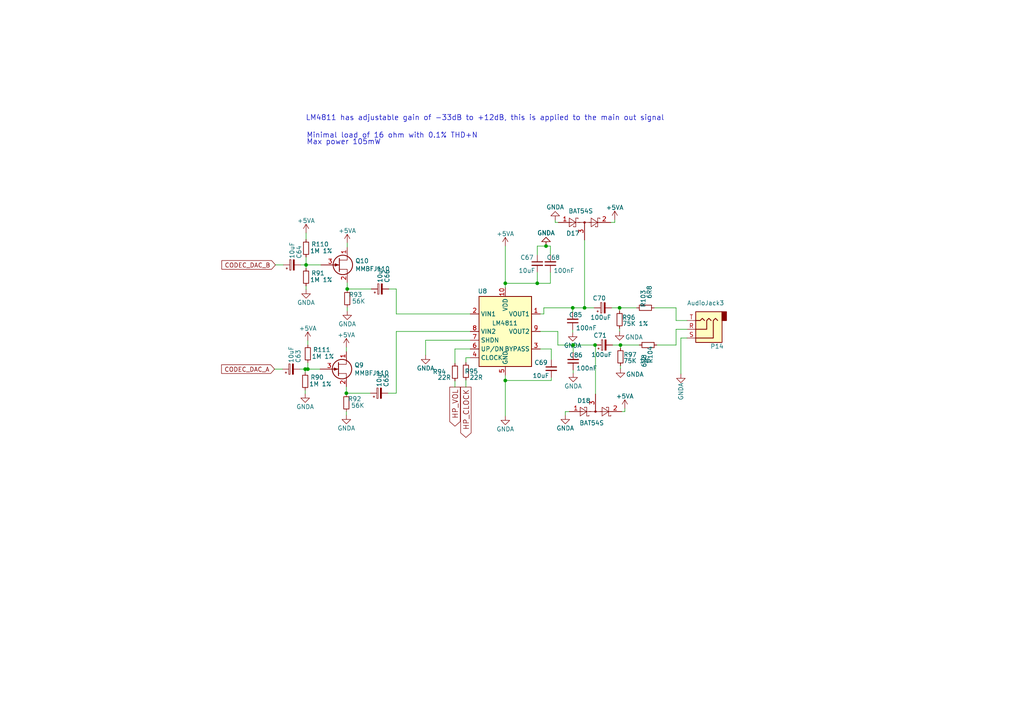
<source format=kicad_sch>
(kicad_sch (version 20211123) (generator eeschema)
  (paper "A4")
  (title_block (title "MOD Dwarf - Main Board") (date "2021-09-06") (rev "1.3") (company "MOD Devices GmbH") (comment 1 "Dwarf Audio processing board") (comment 2 "https://github.com/moddevices/hw-mod-dwarf") (comment 3 "Inp Power: 12V 500mA") (comment 4 "USB outp Power: 500mA"))
  (lib_symbols
    (symbol "bottom-board-rescue:+5VA-power" (power) (pin_names (offset 0))
      (property "Value" "+5VA-power" (at 0 3.556 0))
      (symbol "+5VA-power_0_1"
        (polyline (pts (xy -0.762 1.27) (xy 0 2.54)))
        (polyline (pts (xy 0 0) (xy 0 2.54)))
        (polyline (pts (xy 0 2.54) (xy 0.762 1.27)))
      )
      (symbol "+5VA-power_1_1"
        (pin power_in line (at 0 0 90) (length 0) hide (name "+5VA") (number "1"))
      )
    )
    (symbol "bottom-board-rescue:AudioJack3-Connector"
      (property "Reference" "J" (at 0 8.89 0))
      (property "Value" "AudioJack3-Connector" (at 0 6.35 0))
      (symbol "AudioJack3-Connector_0_1"
        (rectangle (start -5.08 -5.08) (end -6.35 -2.54) (stroke (width 0.254)) (fill (type outline)))
        (polyline (pts (xy 0 -2.54) (xy 0.635 -3.175) (xy 1.27 -2.54) (xy 2.54 -2.54)) (stroke (width 0.254)))
        (polyline (pts (xy -1.905 -2.54) (xy -1.27 -3.175) (xy -0.635 -2.54) (xy -0.635 0) (xy 2.54 0)) (stroke (width 0.254)))
        (polyline (pts (xy 2.54 2.54) (xy -2.54 2.54) (xy -2.54 -2.54) (xy -3.175 -3.175) (xy -3.81 -2.54)) (stroke (width 0.254)))
        (rectangle (start 2.54 3.81) (end -5.08 -5.08) (stroke (width 0.254)) (fill (type background)))
      )
      (symbol "AudioJack3-Connector_1_1"
        (pin passive line (at 5.08 0 180) (length 2.54) (name "~") (number "R"))
        (pin passive line (at 5.08 2.54 180) (length 2.54) (name "~") (number "S"))
        (pin passive line (at 5.08 -2.54 180) (length 2.54) (name "~") (number "T"))
      )
    )
    (symbol "bottom-board-rescue:BAT54S-Diode" (pin_names (offset 1.016))
      (property "Reference" "D" (at 0.635 -3.81 0))
      (property "Value" "BAT54S-Diode" (at -6.35 3.175 0))
      (symbol "BAT54S-Diode_0_1"
        (polyline (pts (xy -3.81 0) (xy -1.27 0)))
        (polyline (pts (xy -3.175 -1.27) (xy -3.175 -1.016)))
        (polyline (pts (xy -2.54 -1.27) (xy -3.175 -1.27)))
        (polyline (pts (xy -2.54 -1.27) (xy -2.54 1.27)))
        (polyline (pts (xy -2.54 1.27) (xy -1.905 1.27)))
        (polyline (pts (xy -1.905 0) (xy 1.905 0)))
        (polyline (pts (xy -1.905 1.27) (xy -1.905 1.016)))
        (polyline (pts (xy 1.27 0) (xy 3.81 0)))
        (polyline (pts (xy 3.175 -1.27) (xy 3.175 -1.016)))
        (polyline (pts (xy 3.81 -1.27) (xy 3.175 -1.27)))
        (polyline (pts (xy 3.81 -1.27) (xy 3.81 1.27)))
        (polyline (pts (xy 3.81 1.27) (xy 4.445 1.27)))
        (polyline (pts (xy 4.445 1.27) (xy 4.445 1.016)))
        (polyline (pts (xy -4.445 1.27) (xy -4.445 -1.27) (xy -2.54 0) (xy -4.445 1.27)))
        (polyline (pts (xy 1.905 1.27) (xy 1.905 -1.27) (xy 3.81 0) (xy 1.905 1.27)))
        (circle (center 0 0) (radius 0.254) (fill (type outline)))
      )
      (symbol "BAT54S-Diode_1_1"
        (pin passive line (at -7.62 0 0) (length 3.81) (name "~") (number "1"))
        (pin passive line (at 7.62 0 180) (length 3.81) (name "~") (number "2"))
        (pin passive line (at 0 -5.08 90) (length 5.08) (name "~") (number "3"))
      )
    )
    (symbol "bottom-board-rescue:CP_Small" (pin_numbers hide) (pin_names (offset 0.254) hide)
      (property "Reference" "C" (at 0.254 1.778 0))
      (property "Value" "CP_Small" (at 0.254 -2.032 0))
      (symbol "CP_Small_0_1"
        (rectangle (start -1.524 -0.3048) (end 1.524 -0.6858) (fill (type outline)))
        (rectangle (start -1.524 0.6858) (end 1.524 0.3048))
        (polyline (pts (xy -1.27 1.524) (xy -0.762 1.524)))
        (polyline (pts (xy -1.016 1.27) (xy -1.016 1.778)))
      )
      (symbol "CP_Small_1_1"
        (pin passive line (at 0 2.54 270) (length 1.8542) (name "~") (number "1"))
        (pin passive line (at 0 -2.54 90) (length 1.8542) (name "~") (number "2"))
      )
    )
    (symbol "bottom-board-rescue:C_Small" (pin_numbers hide) (pin_names (offset 0.254) hide)
      (property "Reference" "C" (at 0.254 1.778 0))
      (property "Value" "C_Small" (at 0.254 -2.032 0))
      (symbol "C_Small_0_1"
        (polyline (pts (xy -1.524 -0.508) (xy 1.524 -0.508)) (stroke (width 0.3302)))
        (polyline (pts (xy -1.524 0.508) (xy 1.524 0.508)) (stroke (width 0.3048)))
      )
      (symbol "C_Small_1_1"
        (pin passive line (at 0 2.54 270) (length 2.032) (name "~") (number "1"))
        (pin passive line (at 0 -2.54 90) (length 2.032) (name "~") (number "2"))
      )
    )
    (symbol "bottom-board-rescue:GNDA-power" (power) (pin_names (offset 0))
      (property "Value" "GNDA-power" (at 0 -3.81 0))
      (symbol "GNDA-power_0_1"
        (polyline (pts (xy 0 0) (xy 0 -1.27) (xy 1.27 -1.27) (xy 0 -2.54) (xy -1.27 -1.27) (xy 0 -1.27)))
      )
      (symbol "GNDA-power_1_1"
        (pin power_in line (at 0 0 270) (length 0) hide (name "GNDA") (number "1"))
      )
    )
    (symbol "bottom-board-rescue:LM4811-Amplifier_Audio"
      (property "Reference" "U" (at -6.35 11.43 0))
      (property "Value" "LM4811-Amplifier_Audio" (at 5.08 11.43 0))
      (symbol "LM4811-Amplifier_Audio_0_1"
        (rectangle (start -7.62 10.16) (end 7.62 -10.16) (stroke (width 0.254)) (fill (type background)))
      )
      (symbol "LM4811-Amplifier_Audio_1_1"
        (pin output line (at 10.16 5.08 180) (length 2.54) (name "VOUT1") (number "1"))
        (pin power_in line (at 0 12.7 270) (length 2.54) (name "VDD") (number "10"))
        (pin input line (at -10.16 5.08 0) (length 2.54) (name "VIN1") (number "2"))
        (pin passive line (at 10.16 -5.08 180) (length 2.54) (name "BYPASS") (number "3"))
        (pin input line (at -10.16 -7.62 0) (length 2.54) (name "CLOCK") (number "4"))
        (pin power_in line (at 0 -12.7 90) (length 2.54) (name "GND") (number "5"))
        (pin input line (at -10.16 -5.08 0) (length 2.54) (name "UP/DN") (number "6"))
        (pin input line (at -10.16 -2.54 0) (length 2.54) (name "SHDN") (number "7"))
        (pin input line (at -10.16 0 0) (length 2.54) (name "VIN2") (number "8"))
        (pin output line (at 10.16 0 180) (length 2.54) (name "VOUT2") (number "9"))
      )
    )
    (symbol "bottom-board-rescue:Q_NJFET_DSG" (pin_names (offset 0) hide)
      (property "Reference" "Q" (at 5.08 1.27 0))
      (property "Value" "Q_NJFET_DSG" (at 5.08 -1.27 0))
      (symbol "Q_NJFET_DSG_0_1"
        (polyline (pts (xy 0.254 1.905) (xy 0.254 -1.905) (xy 0.254 -1.905)) (stroke (width 0.254)))
        (polyline (pts (xy 2.54 -2.54) (xy 2.54 -1.27) (xy 0.254 -1.27)))
        (polyline (pts (xy 2.54 2.54) (xy 2.54 1.397) (xy 0.254 1.397)))
        (polyline (pts (xy 0 0) (xy -1.016 0.381) (xy -1.016 -0.381) (xy 0 0)) (fill (type outline)))
        (circle (center 1.27 0) (radius 2.8194) (stroke (width 0.254)))
      )
      (symbol "Q_NJFET_DSG_1_1"
        (pin passive line (at 2.54 5.08 270) (length 2.54) (name "D") (number "1"))
        (pin passive line (at 2.54 -5.08 90) (length 2.54) (name "S") (number "2"))
        (pin input line (at -5.08 0 0) (length 5.334) (name "G") (number "3"))
      )
    )
    (symbol "bottom-board-rescue:R_Small" (pin_numbers hide) (pin_names (offset 0.254) hide)
      (property "Reference" "R" (at 0.762 0.508 0))
      (property "Value" "R_Small" (at 0.762 -1.016 0))
      (symbol "R_Small_0_1"
        (rectangle (start -0.762 1.778) (end 0.762 -1.778) (stroke (width 0.2032)))
      )
      (symbol "R_Small_1_1"
        (pin passive line (at 0 2.54 270) (length 0.762) (name "~") (number "1"))
        (pin passive line (at 0 -2.54 90) (length 0.762) (name "~") (number "2"))
      )
    )
    (symbol "bottom-board-rescue:R_Small-Device" (pin_numbers hide) (pin_names (offset 0.254) hide)
      (property "Reference" "R" (at 0.762 0.508 0))
      (property "Value" "R_Small-Device" (at 0.762 -1.016 0))
      (symbol "R_Small-Device_0_1"
        (rectangle (start -0.762 1.778) (end 0.762 -1.778) (stroke (width 0.2032)))
      )
      (symbol "R_Small-Device_1_1"
        (pin passive line (at 0 2.54 270) (length 0.762) (name "~") (number "1"))
        (pin passive line (at 0 -2.54 90) (length 0.762) (name "~") (number "2"))
      )
    )
  )
  (junction (at 88.519 107.061))
  (junction (at 172.593 100.076))
  (junction (at 179.705 89.281))
  (junction (at 100.711 83.82))
  (junction (at 100.457 114.046))
  (junction (at 88.773 76.835))
  (junction (at 169.545 89.281))
  (junction (at 166.243 100.076))
  (junction (at 146.558 82.169))
  (junction (at 89.281 107.061))
  (junction (at 146.558 110.363))
  (junction (at 166.116 89.281))
  (junction (at 179.959 100.076))
  (junction (at 158.369 71.374))
  (junction (at 155.829 82.169))
  (wire (pts (xy 114.935 91.059) (xy 136.398 91.059)))
  (wire (pts (xy 112.776 83.82) (xy 114.935 83.82)))
  (wire (pts (xy 179.705 95.25) (xy 179.705 96.139)))
  (wire (pts (xy 178.308 64.516) (xy 178.308 63.754)))
  (wire (pts (xy 131.953 101.219) (xy 136.398 101.219)))
  (wire (pts (xy 197.485 98.044) (xy 197.485 108.458)))
  (wire (pts (xy 88.773 76.835) (xy 93.091 76.835)))
  (wire (pts (xy 89.281 107.061) (xy 92.837 107.061)))
  (wire (pts (xy 161.925 64.516) (xy 161.036 64.516)))
  (wire (pts (xy 136.398 103.759) (xy 135.128 103.759)))
  (wire (pts (xy 172.72 114.3) (xy 172.72 100.076)))
  (wire (pts (xy 177.673 100.076) (xy 179.959 100.076)))
  (wire (pts (xy 159.893 101.219) (xy 159.893 104.394)))
  (wire (pts (xy 184.658 89.281) (xy 179.705 89.281)))
  (wire (pts (xy 107.696 83.82) (xy 100.711 83.82)))
  (wire (pts (xy 196.088 89.281) (xy 196.088 92.964)))
  (wire (pts (xy 163.957 119.38) (xy 165.1 119.38)))
  (wire (pts (xy 161.036 64.516) (xy 161.036 63.881)))
  (wire (pts (xy 131.953 110.49) (xy 131.953 112.268)))
  (wire (pts (xy 163.957 120.396) (xy 163.957 119.38)))
  (wire (pts (xy 146.558 110.363) (xy 146.558 108.839)))
  (wire (pts (xy 155.829 78.994) (xy 155.829 82.169)))
  (wire (pts (xy 107.442 114.046) (xy 100.457 114.046)))
  (wire (pts (xy 181.229 119.38) (xy 181.229 118.491)))
  (wire (pts (xy 88.519 107.061) (xy 89.281 107.061)))
  (wire (pts (xy 159.639 71.374) (xy 158.369 71.374)))
  (wire (pts (xy 190.5 100.076) (xy 196.088 100.076)))
  (wire (pts (xy 158.369 71.374) (xy 155.829 71.374)))
  (wire (pts (xy 100.457 114.046) (xy 100.457 114.3)))
  (wire (pts (xy 169.545 89.281) (xy 172.339 89.281)))
  (wire (pts (xy 88.519 114.173) (xy 88.519 113.157)))
  (wire (pts (xy 136.398 98.679) (xy 123.444 98.679)))
  (wire (pts (xy 166.243 102.235) (xy 166.243 100.076)))
  (wire (pts (xy 114.935 114.046) (xy 114.935 96.139)))
  (wire (pts (xy 81.915 107.061) (xy 79.629 107.061)))
  (wire (pts (xy 88.773 77.851) (xy 88.773 76.835)))
  (wire (pts (xy 169.545 69.596) (xy 169.545 89.281)))
  (wire (pts (xy 146.558 71.374) (xy 146.558 82.169)))
  (wire (pts (xy 166.243 108.204) (xy 166.243 107.315)))
  (wire (pts (xy 180.34 119.38) (xy 181.229 119.38)))
  (wire (pts (xy 100.711 83.82) (xy 100.711 84.074)))
  (wire (pts (xy 88.519 107.061) (xy 86.995 107.061)))
  (wire (pts (xy 135.128 110.236) (xy 135.128 112.268)))
  (wire (pts (xy 114.935 96.139) (xy 136.398 96.139)))
  (wire (pts (xy 88.773 83.947) (xy 88.773 82.931)))
  (wire (pts (xy 196.088 95.504) (xy 199.263 95.504)))
  (wire (pts (xy 146.558 83.439) (xy 146.558 82.169)))
  (wire (pts (xy 159.893 110.363) (xy 146.558 110.363)))
  (wire (pts (xy 189.738 89.281) (xy 196.088 89.281)))
  (wire (pts (xy 172.593 100.076) (xy 172.72 100.076)))
  (wire (pts (xy 88.519 108.077) (xy 88.519 107.061)))
  (wire (pts (xy 146.558 82.169) (xy 155.829 82.169)))
  (wire (pts (xy 157.734 89.281) (xy 157.734 91.059)))
  (wire (pts (xy 100.711 70.485) (xy 100.711 71.755)))
  (wire (pts (xy 177.165 64.516) (xy 178.308 64.516)))
  (wire (pts (xy 100.711 81.915) (xy 100.711 83.82)))
  (wire (pts (xy 177.419 89.281) (xy 179.705 89.281)))
  (wire (pts (xy 166.116 90.551) (xy 166.116 89.281)))
  (wire (pts (xy 82.169 76.835) (xy 79.883 76.835)))
  (wire (pts (xy 166.243 100.076) (xy 172.593 100.076)))
  (wire (pts (xy 88.773 74.549) (xy 88.773 76.835)))
  (wire (pts (xy 89.281 98.806) (xy 89.281 100.076)))
  (wire (pts (xy 112.522 114.046) (xy 114.935 114.046)))
  (wire (pts (xy 131.953 105.41) (xy 131.953 101.219)))
  (wire (pts (xy 100.457 120.396) (xy 100.457 119.38)))
  (wire (pts (xy 123.444 98.679) (xy 123.444 102.997)))
  (wire (pts (xy 157.734 91.059) (xy 156.718 91.059)))
  (wire (pts (xy 135.128 103.759) (xy 135.128 105.156)))
  (wire (pts (xy 100.457 100.711) (xy 100.457 101.981)))
  (wire (pts (xy 114.935 83.82) (xy 114.935 91.059)))
  (wire (pts (xy 159.639 82.169) (xy 159.639 78.994)))
  (wire (pts (xy 155.829 73.914) (xy 155.829 71.374)))
  (wire (pts (xy 179.959 100.965) (xy 179.959 100.076)))
  (wire (pts (xy 185.42 100.076) (xy 179.959 100.076)))
  (wire (pts (xy 100.711 90.17) (xy 100.711 89.154)))
  (wire (pts (xy 179.705 90.17) (xy 179.705 89.281)))
  (wire (pts (xy 179.959 106.045) (xy 179.959 106.934)))
  (wire (pts (xy 197.485 98.044) (xy 199.263 98.044)))
  (wire (pts (xy 159.639 73.914) (xy 159.639 71.374)))
  (wire (pts (xy 166.116 89.281) (xy 169.545 89.281)))
  (wire (pts (xy 155.829 82.169) (xy 159.639 82.169)))
  (wire (pts (xy 166.116 95.631) (xy 166.116 96.393)))
  (wire (pts (xy 88.773 67.564) (xy 88.773 69.469)))
  (wire (pts (xy 88.773 76.835) (xy 87.249 76.835)))
  (wire (pts (xy 159.893 109.474) (xy 159.893 110.363)))
  (wire (pts (xy 196.088 92.964) (xy 199.263 92.964)))
  (wire (pts (xy 146.558 110.363) (xy 146.558 120.65)))
  (wire (pts (xy 196.088 100.076) (xy 196.088 95.504)))
  (wire (pts (xy 161.798 100.076) (xy 166.243 100.076)))
  (wire (pts (xy 156.718 101.219) (xy 159.893 101.219)))
  (wire (pts (xy 161.798 96.139) (xy 161.798 100.076)))
  (wire (pts (xy 89.281 105.156) (xy 89.281 107.061)))
  (wire (pts (xy 100.457 112.141) (xy 100.457 114.046)))
  (wire (pts (xy 157.734 89.281) (xy 166.116 89.281)))
  (wire (pts (xy 156.718 96.139) (xy 161.798 96.139)))
  (text "Max power 105mW" (at 88.9 42.164 0) (effects (font (size 1.524 1.524)) (justify left bottom)))
  (text "LM4811 has adjustable gain of -33dB to +12dB, this is applied to the main out signal" (at 88.646 35.179 0) (effects (font (size 1.524 1.524)) (justify left bottom)))
  (text "Minimal load of 16 ohm with 0.1% THD+N" (at 88.9 40.259 0) (effects (font (size 1.524 1.524)) (justify left bottom)))
  (global_label "HP_CLOCK" (shape output) (at 135.128 112.268 270) (effects (font (size 1.524 1.524))) (property "Intersheet References" "${INTERSHEET_REFS}" (effects hide)))
  (global_label "HP_VOL" (shape output) (at 131.953 112.268 270) (effects (font (size 1.524 1.524))) (property "Intersheet References" "${INTERSHEET_REFS}" (effects hide)))
  (global_label "CODEC_DAC_B" (shape input) (at 79.883 76.835 180) (property "Intersheet References" "${INTERSHEET_REFS}" (effects hide)))
  (global_label "CODEC_DAC_A" (shape input) (at 79.629 107.061 180) (property "Intersheet References" "${INTERSHEET_REFS}" (effects hide)))
  (symbol (lib_id "bottom-board-rescue:AudioJack3-Connector") (at 204.343 95.504 180) (unit 1)
    (property "Reference" "P14" (at 209.931 100.457 0) (effects (justify left)))
    (property "Value" "AudioJack3" (at 210.058 87.884 0) (effects (justify left)))
    (property "Footprint" "Connector_Audio:Jack_3.5mm_CUI_SJ-3523-SMT_Horizontal" (effects hide))
    (property "MPN" "SJ-3523-SMT-TR" (effects hide))
  )
  (symbol (lib_id "bottom-board-rescue:GNDA-power") (at 197.485 108.458 0) (unit 1)
    (property "Reference" "#PWR0212" (effects hide))
    (property "Value" "GNDA" (at 197.485 113.538 90))
  )
  (symbol (lib_id "bottom-board-rescue:Q_NJFET_DSG") (at 98.171 76.835 0) (unit 1)
    (property "Reference" "Q10" (at 103.0224 75.6666 0) (effects (justify left)))
    (property "Value" "MMBFJ110" (at 103.0224 77.978 0) (effects (justify left)))
    (property "Footprint" "Package_TO_SOT_SMD:SOT-23" (effects hide))
    (property "MPN" "MMBFJ110" (effects hide))
  )
  (symbol (lib_id "bottom-board-rescue:R_Small-Device") (at 88.773 80.391 180) (unit 1)
    (property "Reference" "R91" (at 90.2716 79.2226 0) (effects (justify right)))
    (property "Value" "1M 1%" (at 89.916 81.153 0) (effects (justify right)))
    (property "Footprint" "Resistor_SMD:R_0603_1608Metric" (effects hide))
    (property "MPN" "RT0603BRD071ML" (effects hide))
  )
  (symbol (lib_id "bottom-board-rescue:R_Small-Device") (at 100.711 86.614 180) (unit 1)
    (property "Reference" "R93" (at 103.124 85.471 0))
    (property "Value" "56K" (at 104.013 87.376 0))
    (property "Footprint" "Resistor_SMD:R_0603_1608Metric" (effects hide))
    (property "MPN" "RMCF0603FT56K0" (effects hide))
  )
  (symbol (lib_id "bottom-board-rescue:CP_Small") (at 84.709 76.835 90) (unit 1)
    (property "Reference" "C64" (at 86.741 75.057 0) (effects (justify left)))
    (property "Value" "10uF" (at 84.709 75.057 0) (effects (justify left)))
    (property "Footprint" "Capacitor_SMD:CP_Elec_4x5.7" (effects hide))
    (property "MPN" "EEE-HB1C100R" (effects hide))
  )
  (symbol (lib_id "bottom-board-rescue:GNDA-power") (at 100.711 90.17 0) (mirror y) (unit 1)
    (property "Reference" "#PWR0213" (effects hide))
    (property "Value" "GNDA" (at 100.711 93.98 0))
  )
  (symbol (lib_id "bottom-board-rescue:CP_Small") (at 110.236 83.82 90) (unit 1)
    (property "Reference" "C66" (at 112.268 82.042 0) (effects (justify left)))
    (property "Value" "10uF" (at 110.236 82.042 0) (effects (justify left)))
    (property "Footprint" "Capacitor_SMD:CP_Elec_4x5.7" (effects hide))
    (property "MPN" "EEE-HB1C100R" (effects hide))
  )
  (symbol (lib_id "bottom-board-rescue:GNDA-power") (at 88.773 83.947 0) (mirror y) (unit 1)
    (property "Reference" "#PWR0214" (effects hide))
    (property "Value" "GNDA" (at 88.773 87.757 0))
  )
  (symbol (lib_id "bottom-board-rescue:+5VA-power") (at 100.711 70.485 0) (unit 1)
    (property "Reference" "#PWR0215" (effects hide))
    (property "Value" "+5VA" (at 100.711 66.929 0))
  )
  (symbol (lib_id "bottom-board-rescue:LM4811-Amplifier_Audio") (at 146.558 96.139 0) (unit 1)
    (property "Reference" "U8" (at 139.954 84.455 0))
    (property "Value" "LM4811" (at 146.431 93.726 0))
    (property "Footprint" "Package_SO:TSSOP-10_3x3mm_P0.5mm" (effects hide))
    (property "Datasheet" "http://www.ti.com/lit/ds/symlink/lm4811.pdf" (effects hide))
    (property "MPN" "LM4811MM/NOPB" (effects hide))
  )
  (symbol (lib_id "bottom-board-rescue:+5VA-power") (at 146.558 71.374 0) (unit 1)
    (property "Reference" "#PWR0216" (effects hide))
    (property "Value" "+5VA" (at 146.558 67.818 0))
  )
  (symbol (lib_id "bottom-board-rescue:C_Small") (at 159.639 76.454 180) (unit 1)
    (property "Reference" "C68" (at 162.433 74.676 0) (effects (justify left)))
    (property "Value" "100nF" (at 166.624 78.486 0) (effects (justify left)))
    (property "Footprint" "Capacitor_SMD:C_0603_1608Metric" (effects hide))
    (property "MPN" "GCM188R71C104KA37D" (effects hide))
  )
  (symbol (lib_id "bottom-board-rescue:GNDA-power") (at 158.369 71.374 180) (unit 1)
    (property "Reference" "#PWR0217" (effects hide))
    (property "Value" "GNDA" (at 158.369 67.564 0))
  )
  (symbol (lib_id "bottom-board-rescue:C_Small") (at 155.829 76.454 0) (unit 1)
    (property "Reference" "C67" (at 154.813 74.676 0) (effects (justify right)))
    (property "Value" "10uF" (at 150.368 78.486 0) (effects (justify left)))
    (property "Footprint" "Capacitor_SMD:C_0805_2012Metric" (effects hide))
    (property "MPN" "GRM219R61E106KA12D" (effects hide))
  )
  (symbol (lib_id "bottom-board-rescue:GNDA-power") (at 158.369 71.374 180) (unit 1)
    (property "Reference" "#PWR0218" (effects hide))
    (property "Value" "GNDA" (at 158.369 67.564 0))
  )
  (symbol (lib_id "bottom-board-rescue:Q_NJFET_DSG") (at 97.917 107.061 0) (unit 1)
    (property "Reference" "Q9" (at 102.7684 105.8926 0) (effects (justify left)))
    (property "Value" "MMBFJ110" (at 102.7684 108.204 0) (effects (justify left)))
    (property "Footprint" "Package_TO_SOT_SMD:SOT-23" (effects hide))
    (property "MPN" "MMBFJ110" (effects hide))
  )
  (symbol (lib_id "bottom-board-rescue:R_Small-Device") (at 88.519 110.617 180) (unit 1)
    (property "Reference" "R90" (at 90.0176 109.4486 0) (effects (justify right)))
    (property "Value" "1M 1%" (at 89.662 111.379 0) (effects (justify right)))
    (property "Footprint" "Resistor_SMD:R_0603_1608Metric" (effects hide))
    (property "MPN" "RT0603BRD071ML" (effects hide))
  )
  (symbol (lib_id "bottom-board-rescue:R_Small-Device") (at 100.457 116.84 180) (unit 1)
    (property "Reference" "R92" (at 102.87 115.697 0))
    (property "Value" "56K" (at 103.759 117.602 0))
    (property "Footprint" "Resistor_SMD:R_0603_1608Metric" (effects hide))
    (property "MPN" "RMCF0603FT56K0" (effects hide))
  )
  (symbol (lib_id "bottom-board-rescue:CP_Small") (at 84.455 107.061 90) (unit 1)
    (property "Reference" "C63" (at 86.487 105.283 0) (effects (justify left)))
    (property "Value" "10uF" (at 84.455 105.283 0) (effects (justify left)))
    (property "Footprint" "Capacitor_SMD:CP_Elec_4x5.7" (effects hide))
    (property "MPN" "EEE-HB1C100R" (effects hide))
  )
  (symbol (lib_id "bottom-board-rescue:GNDA-power") (at 100.457 120.396 0) (mirror y) (unit 1)
    (property "Reference" "#PWR0219" (effects hide))
    (property "Value" "GNDA" (at 100.457 124.206 0))
  )
  (symbol (lib_id "bottom-board-rescue:CP_Small") (at 109.982 114.046 90) (unit 1)
    (property "Reference" "C65" (at 112.014 112.268 0) (effects (justify left)))
    (property "Value" "10uF" (at 109.982 112.268 0) (effects (justify left)))
    (property "Footprint" "Capacitor_SMD:CP_Elec_4x5.7" (effects hide))
    (property "MPN" "EEE-HB1C100R" (effects hide))
  )
  (symbol (lib_id "bottom-board-rescue:GNDA-power") (at 88.519 114.173 0) (mirror y) (unit 1)
    (property "Reference" "#PWR0220" (effects hide))
    (property "Value" "GNDA" (at 88.519 117.983 0))
  )
  (symbol (lib_id "bottom-board-rescue:+5VA-power") (at 100.457 100.711 0) (unit 1)
    (property "Reference" "#PWR0221" (effects hide))
    (property "Value" "+5VA" (at 100.457 97.155 0))
  )
  (symbol (lib_id "bottom-board-rescue:R_Small") (at 135.128 107.696 180) (unit 1)
    (property "Reference" "R95" (at 138.684 107.696 0) (effects (justify left)))
    (property "Value" "22R" (at 140.081 109.474 0) (effects (justify left)))
    (property "Footprint" "Resistor_SMD:R_0603_1608Metric" (effects hide))
    (property "MPN" "RMCF0603JT22R0" (effects hide))
  )
  (symbol (lib_id "bottom-board-rescue:R_Small") (at 131.953 107.95 180) (unit 1)
    (property "Reference" "R94" (at 129.413 107.823 0) (effects (justify left)))
    (property "Value" "22R" (at 130.81 109.474 0) (effects (justify left)))
    (property "Footprint" "Resistor_SMD:R_0603_1608Metric" (effects hide))
    (property "MPN" "RMCF0603JT22R0" (effects hide))
  )
  (symbol (lib_id "bottom-board-rescue:GNDA-power") (at 123.444 102.997 0) (mirror y) (unit 1)
    (property "Reference" "#PWR0222" (effects hide))
    (property "Value" "GNDA" (at 123.444 106.807 0))
  )
  (symbol (lib_id "bottom-board-rescue:C_Small") (at 159.893 106.934 0) (unit 1)
    (property "Reference" "C69" (at 158.877 105.156 0) (effects (justify right)))
    (property "Value" "10uF" (at 154.432 108.966 0) (effects (justify left)))
    (property "Footprint" "Capacitor_SMD:C_0805_2012Metric" (effects hide))
    (property "MPN" "GRM219R61E106KA12D" (effects hide))
  )
  (symbol (lib_id "bottom-board-rescue:GNDA-power") (at 146.558 120.65 0) (unit 1)
    (property "Reference" "#PWR0223" (effects hide))
    (property "Value" "GNDA" (at 146.558 124.46 0))
  )
  (symbol (lib_id "bottom-board-rescue:R_Small-Device") (at 179.705 92.71 180) (unit 1)
    (property "Reference" "R96" (at 182.372 92.075 0))
    (property "Value" "75K 1%" (at 184.277 93.853 0))
    (property "Footprint" "Resistor_SMD:R_0603_1608Metric" (effects hide))
    (property "MPN" "RR0816P-753-D" (effects hide))
  )
  (symbol (lib_id "bottom-board-rescue:CP_Small") (at 174.879 89.281 90) (unit 1)
    (property "Reference" "C70" (at 175.768 86.487 90) (effects (justify left)))
    (property "Value" "100uF" (at 177.292 92.075 90) (effects (justify left)))
    (property "Footprint" "Capacitor_SMD:CP_Elec_6.3x7.7" (effects hide))
    (property "MPN" "107SML016M" (effects hide))
  )
  (symbol (lib_id "bottom-board-rescue:R_Small-Device") (at 179.959 103.505 180) (unit 1)
    (property "Reference" "R97" (at 182.753 102.87 0))
    (property "Value" "75K 1%" (at 184.531 104.648 0))
    (property "Footprint" "Resistor_SMD:R_0603_1608Metric" (effects hide))
    (property "MPN" "RR0816P-753-D" (effects hide))
  )
  (symbol (lib_id "bottom-board-rescue:CP_Small") (at 175.133 100.076 90) (unit 1)
    (property "Reference" "C71" (at 176.022 97.282 90) (effects (justify left)))
    (property "Value" "100uF" (at 177.546 102.87 90) (effects (justify left)))
    (property "Footprint" "Capacitor_SMD:CP_Elec_6.3x7.7" (effects hide))
    (property "MPN" "107SML016M" (effects hide))
  )
  (symbol (lib_id "bottom-board-rescue:GNDA-power") (at 179.705 96.139 0) (unit 1)
    (property "Reference" "#PWR0224" (effects hide))
    (property "Value" "GNDA" (at 183.896 97.79 0))
  )
  (symbol (lib_id "bottom-board-rescue:GNDA-power") (at 179.959 106.934 0) (unit 1)
    (property "Reference" "#PWR0225" (effects hide))
    (property "Value" "GNDA" (at 184.15 108.585 0))
  )
  (symbol (lib_id "bottom-board-rescue:R_Small-Device") (at 88.773 72.009 180) (unit 1)
    (property "Reference" "R110" (at 90.2716 70.8406 0) (effects (justify right)))
    (property "Value" "1M 1%" (at 89.916 72.771 0) (effects (justify right)))
    (property "Footprint" "Resistor_SMD:R_0603_1608Metric" (effects hide))
    (property "MPN" "DO NOT PLACE" (effects hide))
  )
  (symbol (lib_id "bottom-board-rescue:R_Small-Device") (at 89.281 102.616 180) (unit 1)
    (property "Reference" "R111" (at 90.7796 101.4476 0) (effects (justify right)))
    (property "Value" "1M 1%" (at 90.424 103.378 0) (effects (justify right)))
    (property "Footprint" "Resistor_SMD:R_0603_1608Metric" (effects hide))
    (property "MPN" "DO NOT PLACE" (effects hide))
  )
  (symbol (lib_id "bottom-board-rescue:+5VA-power") (at 88.773 67.564 0) (unit 1)
    (property "Reference" "#PWR0299" (effects hide))
    (property "Value" "+5VA" (at 88.773 64.008 0))
  )
  (symbol (lib_id "bottom-board-rescue:+5VA-power") (at 89.281 98.806 0) (unit 1)
    (property "Reference" "#PWR0300" (effects hide))
    (property "Value" "+5VA" (at 89.281 95.25 0))
  )
  (symbol (lib_id "bottom-board-rescue:R_Small-Device") (at 187.198 89.281 270) (unit 1)
    (property "Reference" "R103" (at 186.563 86.614 0))
    (property "Value" "6R8" (at 188.341 84.709 0))
    (property "Footprint" "Resistor_SMD:R_0603_1608Metric" (effects hide))
    (property "MPN" "RMCF0603FT6R80" (effects hide))
  )
  (symbol (lib_id "bottom-board-rescue:R_Small-Device") (at 187.96 100.076 90) (unit 1)
    (property "Reference" "R104" (at 188.595 102.87 0))
    (property "Value" "6R8" (at 186.817 104.648 0))
    (property "Footprint" "Resistor_SMD:R_0603_1608Metric" (effects hide))
    (property "MPN" "RMCF0603FT6R80" (effects hide))
  )
  (symbol (lib_id "bottom-board-rescue:C_Small") (at 166.243 104.775 180) (unit 1)
    (property "Reference" "C86" (at 169.037 102.997 0) (effects (justify left)))
    (property "Value" "100nF" (at 173.228 106.807 0) (effects (justify left)))
    (property "Footprint" "Capacitor_SMD:C_0603_1608Metric" (effects hide))
    (property "MPN" "GCM188R71C104KA37D" (effects hide))
  )
  (symbol (lib_id "bottom-board-rescue:C_Small") (at 166.116 93.091 180) (unit 1)
    (property "Reference" "C85" (at 168.91 91.313 0) (effects (justify left)))
    (property "Value" "100nF" (at 173.101 95.123 0) (effects (justify left)))
    (property "Footprint" "Capacitor_SMD:C_0603_1608Metric" (effects hide))
    (property "MPN" "GCM188R71C104KA37D" (effects hide))
  )
  (symbol (lib_id "bottom-board-rescue:GNDA-power") (at 166.243 108.204 0) (unit 1)
    (property "Reference" "#PWR0267" (effects hide))
    (property "Value" "GNDA" (at 166.243 112.014 0))
  )
  (symbol (lib_id "bottom-board-rescue:GNDA-power") (at 166.116 96.393 0) (unit 1)
    (property "Reference" "#PWR0268" (effects hide))
    (property "Value" "GNDA" (at 166.116 100.203 0))
  )
  (symbol (lib_id "bottom-board-rescue:BAT54S-Diode") (at 169.545 64.516 0) (unit 1)
    (property "Reference" "D17" (at 164.211 67.691 0) (effects (justify left)))
    (property "Value" "BAT54S" (at 164.846 61.214 0) (effects (justify left)))
    (property "Footprint" "Package_TO_SOT_SMD:SOT-23" (effects hide))
    (property "Datasheet" "https://www.diodes.com/assets/Datasheets/ds11005.pdf" (effects hide))
    (property "MPN" "BAT54SFILM" (effects hide))
  )
  (symbol (lib_id "bottom-board-rescue:BAT54S-Diode") (at 172.72 119.38 0) (mirror x) (unit 1)
    (property "Reference" "D18" (at 167.386 116.205 0) (effects (justify left)))
    (property "Value" "BAT54S" (at 168.021 122.682 0) (effects (justify left)))
    (property "Footprint" "Package_TO_SOT_SMD:SOT-23" (effects hide))
    (property "Datasheet" "https://www.diodes.com/assets/Datasheets/ds11005.pdf" (effects hide))
    (property "MPN" "BAT54SFILM" (effects hide))
  )
  (symbol (lib_id "bottom-board-rescue:GNDA-power") (at 163.957 120.396 0) (unit 1)
    (property "Reference" "#PWR0269" (effects hide))
    (property "Value" "GNDA" (at 163.957 124.206 0))
  )
  (symbol (lib_id "bottom-board-rescue:GNDA-power") (at 161.036 63.881 180) (unit 1)
    (property "Reference" "#PWR0270" (effects hide))
    (property "Value" "GNDA" (at 161.036 60.071 0))
  )
  (symbol (lib_id "bottom-board-rescue:+5VA-power") (at 178.308 63.754 0) (unit 1)
    (property "Reference" "#PWR0271" (effects hide))
    (property "Value" "+5VA" (at 178.308 60.198 0))
  )
  (symbol (lib_id "bottom-board-rescue:+5VA-power") (at 181.229 118.491 0) (unit 1)
    (property "Reference" "#PWR0272" (effects hide))
    (property "Value" "+5VA" (at 181.229 114.935 0))
  )
)
</source>
